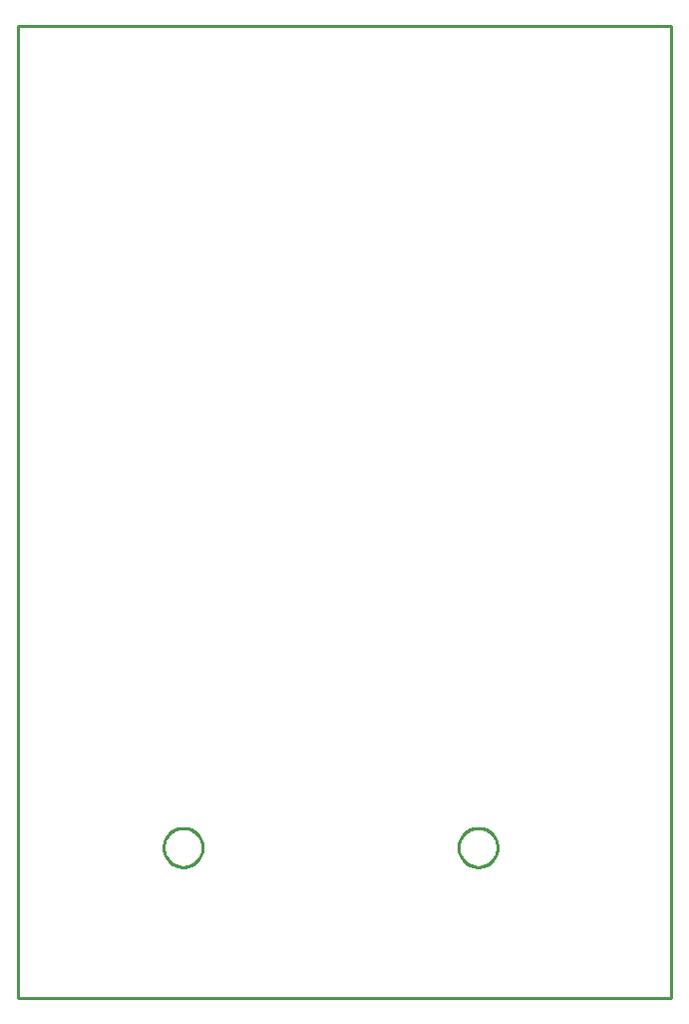
<source format=gbr>
G04 EAGLE Gerber RS-274X export*
G75*
%MOMM*%
%FSLAX34Y34*%
%LPD*%
%IN*%
%IPPOS*%
%AMOC8*
5,1,8,0,0,1.08239X$1,22.5*%
G01*
%ADD10C,0.254000*%


D10*
X160000Y50000D02*
X715000Y50000D01*
X715000Y875000D01*
X160000Y875000D01*
X160000Y50000D01*
X534212Y177260D02*
X534283Y176181D01*
X534424Y175109D01*
X534635Y174049D01*
X534914Y173005D01*
X535262Y171981D01*
X535676Y170983D01*
X536154Y170013D01*
X536694Y169077D01*
X537295Y168178D01*
X537953Y167321D01*
X538666Y166508D01*
X539430Y165744D01*
X540243Y165031D01*
X541100Y164373D01*
X541999Y163772D01*
X542935Y163232D01*
X543905Y162754D01*
X544903Y162340D01*
X545927Y161992D01*
X546971Y161713D01*
X548031Y161502D01*
X549103Y161361D01*
X550182Y161290D01*
X551262Y161290D01*
X552341Y161361D01*
X553413Y161502D01*
X554473Y161713D01*
X555517Y161992D01*
X556541Y162340D01*
X557539Y162754D01*
X558509Y163232D01*
X559445Y163772D01*
X560344Y164373D01*
X561201Y165031D01*
X562014Y165744D01*
X562779Y166508D01*
X563491Y167321D01*
X564149Y168178D01*
X564750Y169077D01*
X565290Y170013D01*
X565768Y170983D01*
X566182Y171981D01*
X566530Y173005D01*
X566809Y174049D01*
X567020Y175109D01*
X567161Y176181D01*
X567232Y177260D01*
X567232Y178340D01*
X567161Y179419D01*
X567020Y180491D01*
X566809Y181551D01*
X566530Y182595D01*
X566182Y183619D01*
X565768Y184617D01*
X565290Y185587D01*
X564750Y186523D01*
X564149Y187422D01*
X563491Y188279D01*
X562779Y189092D01*
X562014Y189857D01*
X561201Y190569D01*
X560344Y191227D01*
X559445Y191828D01*
X558509Y192368D01*
X557539Y192846D01*
X556541Y193260D01*
X555517Y193608D01*
X554473Y193887D01*
X553413Y194098D01*
X552341Y194239D01*
X551262Y194310D01*
X550182Y194310D01*
X549103Y194239D01*
X548031Y194098D01*
X546971Y193887D01*
X545927Y193608D01*
X544903Y193260D01*
X543905Y192846D01*
X542935Y192368D01*
X541999Y191828D01*
X541100Y191227D01*
X540243Y190569D01*
X539430Y189857D01*
X538666Y189092D01*
X537953Y188279D01*
X537295Y187422D01*
X536694Y186523D01*
X536154Y185587D01*
X535676Y184617D01*
X535262Y183619D01*
X534914Y182595D01*
X534635Y181551D01*
X534424Y180491D01*
X534283Y179419D01*
X534212Y178340D01*
X534212Y177260D01*
X283768Y177260D02*
X283839Y176181D01*
X283980Y175109D01*
X284191Y174049D01*
X284470Y173005D01*
X284818Y171981D01*
X285232Y170983D01*
X285710Y170013D01*
X286250Y169077D01*
X286851Y168178D01*
X287509Y167321D01*
X288222Y166508D01*
X288986Y165744D01*
X289799Y165031D01*
X290656Y164373D01*
X291555Y163772D01*
X292491Y163232D01*
X293461Y162754D01*
X294459Y162340D01*
X295483Y161992D01*
X296527Y161713D01*
X297587Y161502D01*
X298659Y161361D01*
X299738Y161290D01*
X300818Y161290D01*
X301897Y161361D01*
X302969Y161502D01*
X304029Y161713D01*
X305073Y161992D01*
X306097Y162340D01*
X307095Y162754D01*
X308065Y163232D01*
X309001Y163772D01*
X309900Y164373D01*
X310757Y165031D01*
X311570Y165744D01*
X312335Y166508D01*
X313047Y167321D01*
X313705Y168178D01*
X314306Y169077D01*
X314846Y170013D01*
X315324Y170983D01*
X315738Y171981D01*
X316086Y173005D01*
X316365Y174049D01*
X316576Y175109D01*
X316717Y176181D01*
X316788Y177260D01*
X316788Y178340D01*
X316717Y179419D01*
X316576Y180491D01*
X316365Y181551D01*
X316086Y182595D01*
X315738Y183619D01*
X315324Y184617D01*
X314846Y185587D01*
X314306Y186523D01*
X313705Y187422D01*
X313047Y188279D01*
X312335Y189092D01*
X311570Y189857D01*
X310757Y190569D01*
X309900Y191227D01*
X309001Y191828D01*
X308065Y192368D01*
X307095Y192846D01*
X306097Y193260D01*
X305073Y193608D01*
X304029Y193887D01*
X302969Y194098D01*
X301897Y194239D01*
X300818Y194310D01*
X299738Y194310D01*
X298659Y194239D01*
X297587Y194098D01*
X296527Y193887D01*
X295483Y193608D01*
X294459Y193260D01*
X293461Y192846D01*
X292491Y192368D01*
X291555Y191828D01*
X290656Y191227D01*
X289799Y190569D01*
X288986Y189857D01*
X288222Y189092D01*
X287509Y188279D01*
X286851Y187422D01*
X286250Y186523D01*
X285710Y185587D01*
X285232Y184617D01*
X284818Y183619D01*
X284470Y182595D01*
X284191Y181551D01*
X283980Y180491D01*
X283839Y179419D01*
X283768Y178340D01*
X283768Y177260D01*
M02*

</source>
